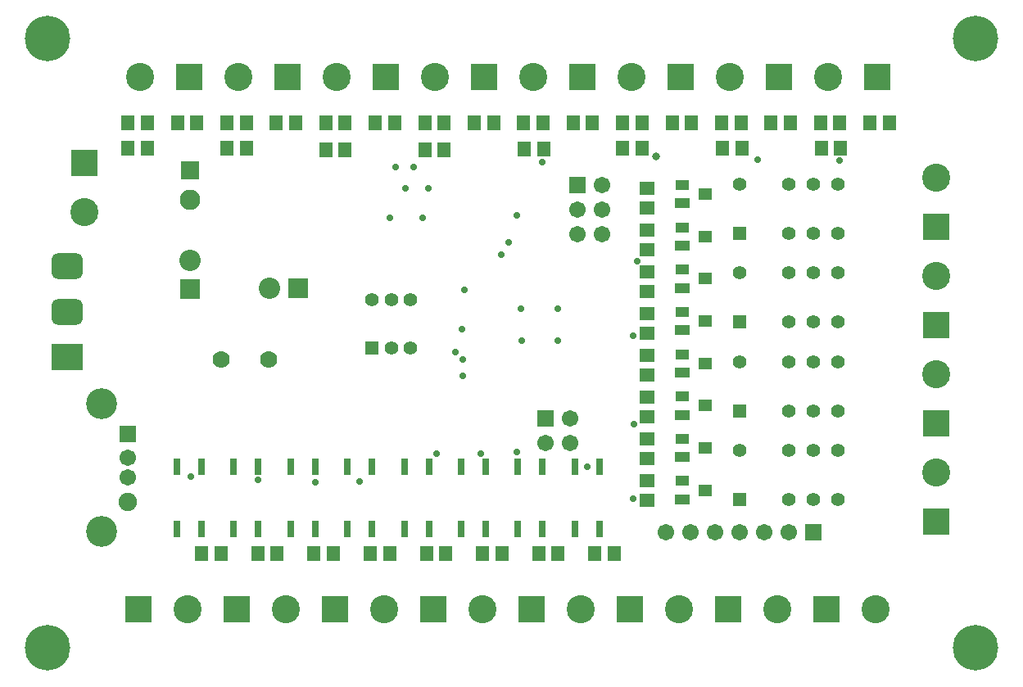
<source format=gbs>
%FSLAX25Y25*%
%MOIN*%
G70*
G01*
G75*
G04 Layer_Color=16711935*
%ADD10R,0.05512X0.04724*%
%ADD11R,0.04921X0.03543*%
%ADD12R,0.33465X0.42126*%
%ADD13R,0.12205X0.04331*%
%ADD14R,0.05906X0.03937*%
%ADD15R,0.05906X0.05906*%
%ADD16R,0.01969X0.07874*%
%ADD17O,0.01969X0.07874*%
%ADD18R,0.03937X0.05906*%
%ADD19R,0.04724X0.05512*%
%ADD20R,0.01969X0.06890*%
%ADD21O,0.01969X0.06890*%
%ADD22O,0.06890X0.01969*%
%ADD23C,0.03937*%
%ADD24C,0.01969*%
%ADD25C,0.01000*%
%ADD26C,0.02362*%
%ADD27C,0.03150*%
%ADD28C,0.01575*%
%ADD29C,0.11811*%
%ADD30C,0.05906*%
%ADD31C,0.06693*%
%ADD32R,0.07087X0.07087*%
%ADD33C,0.07874*%
%ADD34R,0.07087X0.07087*%
%ADD35C,0.07480*%
%ADD36R,0.06693X0.06693*%
%ADD37C,0.10630*%
%ADD38R,0.09843X0.09843*%
%ADD39R,0.09843X0.09843*%
%ADD40C,0.17716*%
%ADD41C,0.04724*%
%ADD42R,0.04724X0.04724*%
G04:AMPARAMS|DCode=43|XSize=98.43mil|YSize=118.11mil|CornerRadius=24.61mil|HoleSize=0mil|Usage=FLASHONLY|Rotation=90.000|XOffset=0mil|YOffset=0mil|HoleType=Round|Shape=RoundedRectangle|*
%AMROUNDEDRECTD43*
21,1,0.09843,0.06890,0,0,90.0*
21,1,0.04921,0.11811,0,0,90.0*
1,1,0.04921,0.03445,0.02461*
1,1,0.04921,0.03445,-0.02461*
1,1,0.04921,-0.03445,-0.02461*
1,1,0.04921,-0.03445,0.02461*
%
%ADD43ROUNDEDRECTD43*%
%ADD44R,0.11811X0.09843*%
%ADD45C,0.04724*%
%ADD46R,0.04724X0.04724*%
%ADD47C,0.06200*%
%ADD48R,0.05906X0.05906*%
%ADD49C,0.01969*%
%ADD50C,0.02362*%
%ADD51R,0.02362X0.05906*%
%ADD52R,0.04724X0.03937*%
%ADD53R,0.04724X0.03543*%
%ADD54R,0.05118X0.03543*%
%ADD55C,0.00787*%
%ADD56C,0.00394*%
%ADD57C,0.00400*%
%ADD58C,0.00500*%
%ADD59C,0.01200*%
%ADD60C,0.00591*%
%ADD61C,0.00600*%
%ADD62C,0.00236*%
%ADD63C,0.00984*%
%ADD64R,0.06312X0.05524*%
%ADD65R,0.05721X0.04343*%
%ADD66R,0.34265X0.42926*%
%ADD67R,0.13005X0.05131*%
%ADD68R,0.06706X0.04737*%
%ADD69R,0.06706X0.06706*%
%ADD70R,0.02769X0.08674*%
%ADD71O,0.02769X0.08674*%
%ADD72R,0.04737X0.06706*%
%ADD73R,0.05524X0.06312*%
%ADD74R,0.02769X0.07690*%
%ADD75O,0.02769X0.07690*%
%ADD76O,0.07690X0.02769*%
%ADD77C,0.12611*%
%ADD78C,0.06706*%
%ADD79C,0.07493*%
%ADD80R,0.07887X0.07887*%
%ADD81C,0.08674*%
%ADD82R,0.07887X0.07887*%
%ADD83C,0.08280*%
%ADD84R,0.07493X0.07493*%
%ADD85C,0.11430*%
%ADD86R,0.10642X0.10642*%
%ADD87R,0.10642X0.10642*%
%ADD88C,0.18517*%
%ADD89C,0.05524*%
%ADD90R,0.05524X0.05524*%
G04:AMPARAMS|DCode=91|XSize=106.42mil|YSize=126.11mil|CornerRadius=26.61mil|HoleSize=0mil|Usage=FLASHONLY|Rotation=90.000|XOffset=0mil|YOffset=0mil|HoleType=Round|Shape=RoundedRectangle|*
%AMROUNDEDRECTD91*
21,1,0.10642,0.07290,0,0,90.0*
21,1,0.05321,0.12611,0,0,90.0*
1,1,0.05321,0.03645,0.02661*
1,1,0.05321,0.03645,-0.02661*
1,1,0.05321,-0.03645,-0.02661*
1,1,0.05321,-0.03645,0.02661*
%
%ADD91ROUNDEDRECTD91*%
%ADD92R,0.12611X0.10642*%
%ADD93C,0.05524*%
%ADD94R,0.05524X0.05524*%
%ADD95C,0.07000*%
%ADD96R,0.06706X0.06706*%
%ADD97C,0.02769*%
%ADD98C,0.03162*%
%ADD99R,0.03162X0.06706*%
%ADD100R,0.05524X0.04737*%
%ADD101R,0.05524X0.04343*%
%ADD102R,0.05918X0.04343*%
D64*
X454969Y371894D02*
D03*
Y379768D02*
D03*
Y354894D02*
D03*
Y362768D02*
D03*
Y337894D02*
D03*
Y345768D02*
D03*
X454969Y320894D02*
D03*
Y328768D02*
D03*
X454969Y286894D02*
D03*
Y294768D02*
D03*
Y303894D02*
D03*
Y311768D02*
D03*
Y277728D02*
D03*
Y269854D02*
D03*
X454969Y252894D02*
D03*
Y260768D02*
D03*
D69*
X243524Y279921D02*
D03*
X413386Y286221D02*
D03*
X426378Y381102D02*
D03*
D73*
X251539Y396213D02*
D03*
X243665D02*
D03*
X291806D02*
D03*
X283932D02*
D03*
X372339Y395425D02*
D03*
X364465D02*
D03*
X412836Y395819D02*
D03*
X404962D02*
D03*
X452728Y396213D02*
D03*
X444854D02*
D03*
X493407D02*
D03*
X485533D02*
D03*
X533693D02*
D03*
X525819D02*
D03*
X324159Y395499D02*
D03*
X332033D02*
D03*
X281500Y231000D02*
D03*
X273626D02*
D03*
X304357D02*
D03*
X296483D02*
D03*
X327214D02*
D03*
X319340D02*
D03*
X372929D02*
D03*
X365054D02*
D03*
X395786D02*
D03*
X387912D02*
D03*
X418643D02*
D03*
X410769D02*
D03*
X350071D02*
D03*
X342197D02*
D03*
X441500D02*
D03*
X433626D02*
D03*
X243626Y406500D02*
D03*
X251500D02*
D03*
X263759D02*
D03*
X271633D02*
D03*
X304026D02*
D03*
X311900D02*
D03*
X283893D02*
D03*
X291767D02*
D03*
X344293D02*
D03*
X352167D02*
D03*
X324159D02*
D03*
X332033D02*
D03*
X384559D02*
D03*
X392433D02*
D03*
X364426D02*
D03*
X372300D02*
D03*
X424826D02*
D03*
X432700D02*
D03*
X404693D02*
D03*
X412567Y406500D02*
D03*
X444959Y406500D02*
D03*
X452833D02*
D03*
X465093D02*
D03*
X472967D02*
D03*
X485226D02*
D03*
X493100D02*
D03*
X505359D02*
D03*
X513233D02*
D03*
X545626D02*
D03*
X553500D02*
D03*
X525493D02*
D03*
X533367D02*
D03*
D77*
X232854Y240276D02*
D03*
Y292008D02*
D03*
D78*
X243524Y262205D02*
D03*
Y270079D02*
D03*
X423386Y276220D02*
D03*
X413386D02*
D03*
X423386Y286221D02*
D03*
X436378Y361102D02*
D03*
X426378Y361102D02*
D03*
X436378Y371102D02*
D03*
X426378D02*
D03*
X436378Y381102D02*
D03*
X462441Y239764D02*
D03*
X472441D02*
D03*
X482441D02*
D03*
X492441D02*
D03*
X512441D02*
D03*
X502441D02*
D03*
D79*
X243524Y252165D02*
D03*
D80*
X268984Y338779D02*
D03*
D81*
Y350590D02*
D03*
X301189Y339000D02*
D03*
D82*
X313000D02*
D03*
D83*
X269000Y375189D02*
D03*
D84*
Y387000D02*
D03*
D85*
X528500Y425000D02*
D03*
X488500Y425000D02*
D03*
X448500D02*
D03*
X408500D02*
D03*
X368500D02*
D03*
X328500D02*
D03*
X288500D02*
D03*
X248500D02*
D03*
X226000Y370000D02*
D03*
X268000Y208500D02*
D03*
X308000D02*
D03*
X348000D02*
D03*
X388000D02*
D03*
X428000D02*
D03*
X468000D02*
D03*
X508000D02*
D03*
X548000D02*
D03*
X572500Y264000D02*
D03*
X572500Y304000D02*
D03*
Y344000D02*
D03*
X572500Y384000D02*
D03*
D86*
X548500Y425000D02*
D03*
X508500Y425000D02*
D03*
X468500D02*
D03*
X428500D02*
D03*
X388500D02*
D03*
X348500D02*
D03*
X308500D02*
D03*
X268500D02*
D03*
X248000Y208500D02*
D03*
X288000D02*
D03*
X328000D02*
D03*
X368000D02*
D03*
X408000D02*
D03*
X448000D02*
D03*
X488000D02*
D03*
X528000D02*
D03*
D87*
X226000Y390000D02*
D03*
X572500Y244000D02*
D03*
X572500Y284000D02*
D03*
Y324000D02*
D03*
X572500Y364000D02*
D03*
D88*
X210717Y440748D02*
D03*
X588669D02*
D03*
Y192717D02*
D03*
X210717D02*
D03*
D89*
X342905Y334622D02*
D03*
X350780Y314937D02*
D03*
Y334622D02*
D03*
X358653Y314937D02*
D03*
Y334622D02*
D03*
D90*
X342905Y314937D02*
D03*
D91*
X218913Y348008D02*
D03*
Y329504D02*
D03*
D92*
Y311000D02*
D03*
D93*
X532500Y273000D02*
D03*
Y253000D02*
D03*
X522500D02*
D03*
Y273000D02*
D03*
X492500Y273000D02*
D03*
X512500Y253000D02*
D03*
Y273000D02*
D03*
X532500Y381500D02*
D03*
Y361500D02*
D03*
X522500D02*
D03*
Y381500D02*
D03*
X492500Y381500D02*
D03*
X512500Y361500D02*
D03*
Y381500D02*
D03*
X532500Y309167D02*
D03*
Y289167D02*
D03*
X522500D02*
D03*
Y309167D02*
D03*
X492500Y309167D02*
D03*
X512500Y289167D02*
D03*
Y309167D02*
D03*
X532500Y345333D02*
D03*
Y325333D02*
D03*
X522500D02*
D03*
Y345333D02*
D03*
X492500Y345333D02*
D03*
X512500Y325333D02*
D03*
Y345333D02*
D03*
D94*
X492500Y253000D02*
D03*
Y361500D02*
D03*
Y289167D02*
D03*
Y325333D02*
D03*
D95*
X300874Y310039D02*
D03*
X281661D02*
D03*
D96*
X522441Y239764D02*
D03*
D97*
X500000Y391339D02*
D03*
X379661Y322590D02*
D03*
X379961Y309992D02*
D03*
Y303623D02*
D03*
X376858Y313189D02*
D03*
X269311Y262402D02*
D03*
X296543Y261221D02*
D03*
X319786Y260053D02*
D03*
X337882Y260433D02*
D03*
X369169Y271846D02*
D03*
X387118Y271850D02*
D03*
X430658Y266475D02*
D03*
X449299Y253346D02*
D03*
X449693Y283661D02*
D03*
X449299Y319882D02*
D03*
X450874Y350197D02*
D03*
X380402Y338386D02*
D03*
X395504Y352811D02*
D03*
X412291Y390354D02*
D03*
X401803Y368843D02*
D03*
X398654Y357677D02*
D03*
X533157Y391142D02*
D03*
X403630Y330906D02*
D03*
X418590D02*
D03*
Y317913D02*
D03*
X404024D02*
D03*
X352449Y388386D02*
D03*
X359929D02*
D03*
X356386Y379724D02*
D03*
X365835D02*
D03*
X350087Y367913D02*
D03*
X363472D02*
D03*
X401803Y272441D02*
D03*
D98*
X458661Y392913D02*
D03*
D99*
X366071Y241000D02*
D03*
X356071D02*
D03*
X366071Y266590D02*
D03*
X356071D02*
D03*
X435500Y241000D02*
D03*
X425500D02*
D03*
X435500Y266590D02*
D03*
X425500D02*
D03*
X273500Y241000D02*
D03*
X263500D02*
D03*
X273500Y266590D02*
D03*
X263500D02*
D03*
X296643Y241000D02*
D03*
X286643D02*
D03*
X296643Y266590D02*
D03*
X286643D02*
D03*
X319786Y241000D02*
D03*
X309786D02*
D03*
X319786Y266590D02*
D03*
X309786D02*
D03*
X342929Y241000D02*
D03*
X332928D02*
D03*
X342929Y266590D02*
D03*
X332928D02*
D03*
X389214Y241000D02*
D03*
X379214D02*
D03*
X389214Y266590D02*
D03*
X379214D02*
D03*
X412357Y241000D02*
D03*
X402357D02*
D03*
X412357Y266590D02*
D03*
X402357D02*
D03*
D100*
X478594Y377394D02*
D03*
Y360179D02*
D03*
Y342965D02*
D03*
X478594Y325751D02*
D03*
Y308537D02*
D03*
X478594Y291322D02*
D03*
Y274108D02*
D03*
Y256894D02*
D03*
D101*
X469343Y381134D02*
D03*
Y363919D02*
D03*
Y346705D02*
D03*
X469343Y329491D02*
D03*
Y312277D02*
D03*
X469343Y295062D02*
D03*
Y277848D02*
D03*
Y260634D02*
D03*
D102*
X469343Y373654D02*
D03*
Y356439D02*
D03*
Y339225D02*
D03*
Y322011D02*
D03*
Y304796D02*
D03*
Y287582D02*
D03*
Y270368D02*
D03*
Y253153D02*
D03*
M02*

</source>
